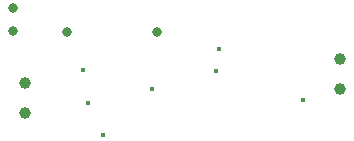
<source format=gbr>
%TF.GenerationSoftware,KiCad,Pcbnew,8.0.1*%
%TF.CreationDate,2024-04-05T16:28:16+11:00*%
%TF.ProjectId,Tiny Solar Supply,54696e79-2053-46f6-9c61-722053757070,rev?*%
%TF.SameCoordinates,Original*%
%TF.FileFunction,Plated,1,2,PTH,Drill*%
%TF.FilePolarity,Positive*%
%FSLAX46Y46*%
G04 Gerber Fmt 4.6, Leading zero omitted, Abs format (unit mm)*
G04 Created by KiCad (PCBNEW 8.0.1) date 2024-04-05 16:28:16*
%MOMM*%
%LPD*%
G01*
G04 APERTURE LIST*
%TA.AperFunction,ViaDrill*%
%ADD10C,0.400000*%
%TD*%
%TA.AperFunction,ComponentDrill*%
%ADD11C,0.800000*%
%TD*%
%TA.AperFunction,ComponentDrill*%
%ADD12C,1.000000*%
%TD*%
G04 APERTURE END LIST*
D10*
X155800000Y-120350000D03*
X156200000Y-123150000D03*
X157500000Y-125850000D03*
X161650000Y-121900000D03*
X167050000Y-120400000D03*
X167300000Y-118550000D03*
X174400000Y-122850000D03*
D11*
%TO.C,J4*%
X149860000Y-115062000D03*
X149860000Y-117062000D03*
%TO.C,J3*%
X154432000Y-117094000D03*
X162052000Y-117094000D03*
D12*
%TO.C,J2*%
X150876000Y-121412000D03*
X150876000Y-123952000D03*
%TO.C,J1*%
X177546000Y-119380000D03*
X177546000Y-121920000D03*
M02*

</source>
